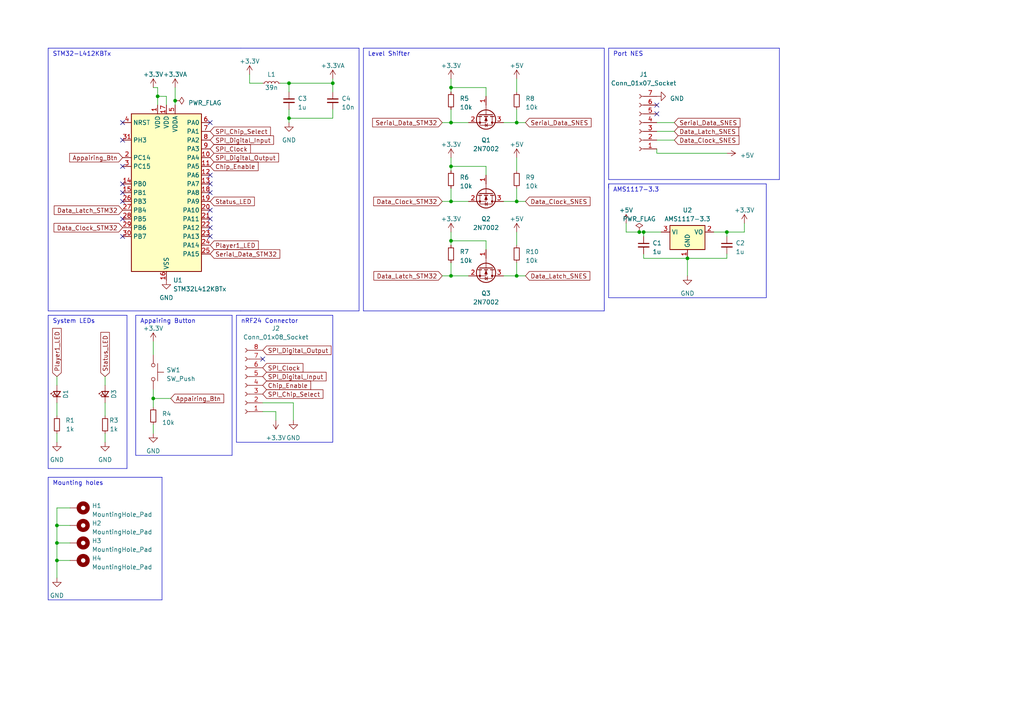
<source format=kicad_sch>
(kicad_sch (version 20230121) (generator eeschema)
  (paper "A4")
  (lib_symbols
    (symbol "Connector:Conn_01x07_Socket" (pin_names (offset 1.016) hide)
      (property "Reference" "J" (at 0 10.16 0))
      (property "Value" "Conn_01x07_Socket" (at 0 -10.16 0))
      (symbol "Conn_01x07_Socket_1_1"
        (arc (start 0 -7.112) (mid -0.5058 -7.62) (end 0 -8.128) (stroke (width 0.1524)))
        (arc (start 0 -4.572) (mid -0.5058 -5.08) (end 0 -5.588) (stroke (width 0.1524)))
        (arc (start 0 -2.032) (mid -0.5058 -2.54) (end 0 -3.048) (stroke (width 0.1524)))
        (polyline (pts (xy -1.27 -7.62) (xy -0.508 -7.62)) (stroke (width 0.1524)))
        (polyline (pts (xy -1.27 -5.08) (xy -0.508 -5.08)) (stroke (width 0.1524)))
        (polyline (pts (xy -1.27 -2.54) (xy -0.508 -2.54)) (stroke (width 0.1524)))
        (polyline (pts (xy -1.27 0) (xy -0.508 0)) (stroke (width 0.1524)))
        (polyline (pts (xy -1.27 2.54) (xy -0.508 2.54)) (stroke (width 0.1524)))
        (polyline (pts (xy -1.27 5.08) (xy -0.508 5.08)) (stroke (width 0.1524)))
        (polyline (pts (xy -1.27 7.62) (xy -0.508 7.62)) (stroke (width 0.1524)))
        (arc (start 0 0.508) (mid -0.5058 0) (end 0 -0.508) (stroke (width 0.1524)))
        (arc (start 0 3.048) (mid -0.5058 2.54) (end 0 2.032) (stroke (width 0.1524)))
        (arc (start 0 5.588) (mid -0.5058 5.08) (end 0 4.572) (stroke (width 0.1524)))
        (arc (start 0 8.128) (mid -0.5058 7.62) (end 0 7.112) (stroke (width 0.1524)))
        (pin passive line (at -5.08 7.62 0) (length 3.81) (name "Pin_1") (number "1"))
        (pin passive line (at -5.08 5.08 0) (length 3.81) (name "Pin_2") (number "2"))
        (pin passive line (at -5.08 2.54 0) (length 3.81) (name "Pin_3") (number "3"))
        (pin passive line (at -5.08 0 0) (length 3.81) (name "Pin_4") (number "4"))
        (pin passive line (at -5.08 -2.54 0) (length 3.81) (name "Pin_5") (number "5"))
        (pin passive line (at -5.08 -5.08 0) (length 3.81) (name "Pin_6") (number "6"))
        (pin passive line (at -5.08 -7.62 0) (length 3.81) (name "Pin_7") (number "7"))
      )
    )
    (symbol "Connector:Conn_01x08_Socket" (pin_names (offset 1.016) hide)
      (property "Reference" "J" (at 0 10.16 0))
      (property "Value" "Conn_01x08_Socket" (at 0 -12.7 0))
      (symbol "Conn_01x08_Socket_1_1"
        (arc (start 0 -9.652) (mid -0.5058 -10.16) (end 0 -10.668) (stroke (width 0.1524)))
        (arc (start 0 -7.112) (mid -0.5058 -7.62) (end 0 -8.128) (stroke (width 0.1524)))
        (arc (start 0 -4.572) (mid -0.5058 -5.08) (end 0 -5.588) (stroke (width 0.1524)))
        (arc (start 0 -2.032) (mid -0.5058 -2.54) (end 0 -3.048) (stroke (width 0.1524)))
        (polyline (pts (xy -1.27 -10.16) (xy -0.508 -10.16)) (stroke (width 0.1524)))
        (polyline (pts (xy -1.27 -7.62) (xy -0.508 -7.62)) (stroke (width 0.1524)))
        (polyline (pts (xy -1.27 -5.08) (xy -0.508 -5.08)) (stroke (width 0.1524)))
        (polyline (pts (xy -1.27 -2.54) (xy -0.508 -2.54)) (stroke (width 0.1524)))
        (polyline (pts (xy -1.27 0) (xy -0.508 0)) (stroke (width 0.1524)))
        (polyline (pts (xy -1.27 2.54) (xy -0.508 2.54)) (stroke (width 0.1524)))
        (polyline (pts (xy -1.27 5.08) (xy -0.508 5.08)) (stroke (width 0.1524)))
        (polyline (pts (xy -1.27 7.62) (xy -0.508 7.62)) (stroke (width 0.1524)))
        (arc (start 0 0.508) (mid -0.5058 0) (end 0 -0.508) (stroke (width 0.1524)))
        (arc (start 0 3.048) (mid -0.5058 2.54) (end 0 2.032) (stroke (width 0.1524)))
        (arc (start 0 5.588) (mid -0.5058 5.08) (end 0 4.572) (stroke (width 0.1524)))
        (arc (start 0 8.128) (mid -0.5058 7.62) (end 0 7.112) (stroke (width 0.1524)))
        (pin passive line (at -5.08 7.62 0) (length 3.81) (name "Pin_1") (number "1"))
        (pin passive line (at -5.08 5.08 0) (length 3.81) (name "Pin_2") (number "2"))
        (pin passive line (at -5.08 2.54 0) (length 3.81) (name "Pin_3") (number "3"))
        (pin passive line (at -5.08 0 0) (length 3.81) (name "Pin_4") (number "4"))
        (pin passive line (at -5.08 -2.54 0) (length 3.81) (name "Pin_5") (number "5"))
        (pin passive line (at -5.08 -5.08 0) (length 3.81) (name "Pin_6") (number "6"))
        (pin passive line (at -5.08 -7.62 0) (length 3.81) (name "Pin_7") (number "7"))
        (pin passive line (at -5.08 -10.16 0) (length 3.81) (name "Pin_8") (number "8"))
      )
    )
    (symbol "Device:C_Small" (pin_numbers hide) (pin_names (offset 0.254) hide)
      (property "Reference" "C" (at 0.254 1.778 0))
      (property "Value" "C_Small" (at 0.254 -2.032 0))
      (symbol "C_Small_0_1"
        (polyline (pts (xy -1.524 -0.508) (xy 1.524 -0.508)) (stroke (width 0.3302)))
        (polyline (pts (xy -1.524 0.508) (xy 1.524 0.508)) (stroke (width 0.3048)))
      )
      (symbol "C_Small_1_1"
        (pin passive line (at 0 2.54 270) (length 2.032) (name "~") (number "1"))
        (pin passive line (at 0 -2.54 90) (length 2.032) (name "~") (number "2"))
      )
    )
    (symbol "Device:LED_Small" (pin_numbers hide) (pin_names (offset 0.254) hide)
      (property "Reference" "D" (at -1.27 3.175 0))
      (property "Value" "LED_Small" (at -4.445 -2.54 0))
      (symbol "LED_Small_0_1"
        (polyline (pts (xy -0.762 -1.016) (xy -0.762 1.016)) (stroke (width 0.254)))
        (polyline (pts (xy 1.016 0) (xy -0.762 0)))
        (polyline (pts (xy 0.762 -1.016) (xy -0.762 0) (xy 0.762 1.016) (xy 0.762 -1.016)) (stroke (width 0.254)))
        (polyline (pts (xy 0 0.762) (xy -0.508 1.27) (xy -0.254 1.27) (xy -0.508 1.27) (xy -0.508 1.016)))
        (polyline (pts (xy 0.508 1.27) (xy 0 1.778) (xy 0.254 1.778) (xy 0 1.778) (xy 0 1.524)))
      )
      (symbol "LED_Small_1_1"
        (pin passive line (at -2.54 0 0) (length 1.778) (name "K") (number "1"))
        (pin passive line (at 2.54 0 180) (length 1.778) (name "A") (number "2"))
      )
    )
    (symbol "Device:L_Small" (pin_numbers hide) (pin_names (offset 0.254) hide)
      (property "Reference" "L" (at 0.762 1.016 0))
      (property "Value" "L_Small" (at 0.762 -1.016 0))
      (symbol "L_Small_0_1"
        (arc (start 0 -2.032) (mid 0.5058 -1.524) (end 0 -1.016))
        (arc (start 0 -1.016) (mid 0.5058 -0.508) (end 0 0))
        (arc (start 0 0) (mid 0.5058 0.508) (end 0 1.016))
        (arc (start 0 1.016) (mid 0.5058 1.524) (end 0 2.032))
      )
      (symbol "L_Small_1_1"
        (pin passive line (at 0 2.54 270) (length 0.508) (name "~") (number "1"))
        (pin passive line (at 0 -2.54 90) (length 0.508) (name "~") (number "2"))
      )
    )
    (symbol "Device:R_Small" (pin_numbers hide) (pin_names (offset 0.254) hide)
      (property "Reference" "R" (at 0.762 0.508 0))
      (property "Value" "R_Small" (at 0.762 -1.016 0))
      (symbol "R_Small_0_1"
        (rectangle (start -0.762 1.778) (end 0.762 -1.778) (stroke (width 0.2032)))
      )
      (symbol "R_Small_1_1"
        (pin passive line (at 0 2.54 270) (length 0.762) (name "~") (number "1"))
        (pin passive line (at 0 -2.54 90) (length 0.762) (name "~") (number "2"))
      )
    )
    (symbol "MCU_ST_STM32L4:STM32L412KBTx"
      (property "Reference" "U" (at -10.16 24.13 0))
      (property "Value" "STM32L412KBTx" (at 5.08 24.13 0))
      (symbol "STM32L412KBTx_0_1"
        (rectangle (start -10.16 -22.86) (end 10.16 22.86) (stroke (width 0.254)) (fill (type background)))
      )
      (symbol "STM32L412KBTx_1_1"
        (pin power_in line (at -2.54 25.4 270) (length 2.54) (name "VDD") (number "1"))
        (pin bidirectional line (at 12.7 10.16 180) (length 2.54) (name "PA4") (number "10"))
        (pin bidirectional line (at 12.7 7.62 180) (length 2.54) (name "PA5") (number "11"))
        (pin bidirectional line (at 12.7 5.08 180) (length 2.54) (name "PA6") (number "12"))
        (pin bidirectional line (at 12.7 2.54 180) (length 2.54) (name "PA7") (number "13"))
        (pin bidirectional line (at -12.7 2.54 0) (length 2.54) (name "PB0") (number "14"))
        (pin bidirectional line (at -12.7 0 0) (length 2.54) (name "PB1") (number "15"))
        (pin power_in line (at 0 -25.4 90) (length 2.54) (name "VSS") (number "16"))
        (pin power_in line (at 0 25.4 270) (length 2.54) (name "VDD") (number "17"))
        (pin bidirectional line (at 12.7 0 180) (length 2.54) (name "PA8") (number "18"))
        (pin bidirectional line (at 12.7 -2.54 180) (length 2.54) (name "PA9") (number "19"))
        (pin bidirectional line (at -12.7 10.16 0) (length 2.54) (name "PC14") (number "2"))
        (pin bidirectional line (at 12.7 -5.08 180) (length 2.54) (name "PA10") (number "20"))
        (pin bidirectional line (at 12.7 -7.62 180) (length 2.54) (name "PA11") (number "21"))
        (pin bidirectional line (at 12.7 -10.16 180) (length 2.54) (name "PA12") (number "22"))
        (pin bidirectional line (at 12.7 -12.7 180) (length 2.54) (name "PA13") (number "23"))
        (pin bidirectional line (at 12.7 -15.24 180) (length 2.54) (name "PA14") (number "24"))
        (pin bidirectional line (at 12.7 -17.78 180) (length 2.54) (name "PA15") (number "25"))
        (pin bidirectional line (at -12.7 -2.54 0) (length 2.54) (name "PB3") (number "26"))
        (pin bidirectional line (at -12.7 -5.08 0) (length 2.54) (name "PB4") (number "27"))
        (pin bidirectional line (at -12.7 -7.62 0) (length 2.54) (name "PB5") (number "28"))
        (pin bidirectional line (at -12.7 -10.16 0) (length 2.54) (name "PB6") (number "29"))
        (pin bidirectional line (at -12.7 7.62 0) (length 2.54) (name "PC15") (number "3"))
        (pin bidirectional line (at -12.7 -12.7 0) (length 2.54) (name "PB7") (number "30"))
        (pin bidirectional line (at -12.7 15.24 0) (length 2.54) (name "PH3") (number "31"))
        (pin passive line (at 0 -25.4 90) (length 2.54) hide (name "VSS") (number "32"))
        (pin input line (at -12.7 20.32 0) (length 2.54) (name "NRST") (number "4"))
        (pin power_in line (at 2.54 25.4 270) (length 2.54) (name "VDDA") (number "5"))
        (pin bidirectional line (at 12.7 20.32 180) (length 2.54) (name "PA0") (number "6"))
        (pin bidirectional line (at 12.7 17.78 180) (length 2.54) (name "PA1") (number "7"))
        (pin bidirectional line (at 12.7 15.24 180) (length 2.54) (name "PA2") (number "8"))
        (pin bidirectional line (at 12.7 12.7 180) (length 2.54) (name "PA3") (number "9"))
      )
    )
    (symbol "Mechanical:MountingHole_Pad" (pin_numbers hide) (pin_names (offset 1.016) hide)
      (property "Reference" "H" (at 0 6.35 0))
      (property "Value" "MountingHole_Pad" (at 0 4.445 0))
      (symbol "MountingHole_Pad_0_1"
        (circle (center 0 1.27) (radius 1.27) (stroke (width 1.27)))
      )
      (symbol "MountingHole_Pad_1_1"
        (pin input line (at 0 -2.54 90) (length 2.54) (name "1") (number "1"))
      )
    )
    (symbol "Regulator_Linear:AMS1117-3.3"
      (property "Reference" "U" (at -3.81 3.175 0))
      (property "Value" "AMS1117-3.3" (at 0 3.175 0))
      (symbol "AMS1117-3.3_0_1"
        (rectangle (start -5.08 -5.08) (end 5.08 1.905) (stroke (width 0.254)) (fill (type background)))
      )
      (symbol "AMS1117-3.3_1_1"
        (pin power_in line (at 0 -7.62 90) (length 2.54) (name "GND") (number "1"))
        (pin power_out line (at 7.62 0 180) (length 2.54) (name "VO") (number "2"))
        (pin power_in line (at -7.62 0 0) (length 2.54) (name "VI") (number "3"))
      )
    )
    (symbol "Switch:SW_Push" (pin_numbers hide) (pin_names (offset 1.016) hide)
      (property "Reference" "SW" (at 1.27 2.54 0))
      (property "Value" "SW_Push" (at 0 -1.524 0))
      (symbol "SW_Push_0_1"
        (circle (center -2.032 0) (radius 0.508))
        (polyline (pts (xy 0 1.27) (xy 0 3.048)))
        (polyline (pts (xy 2.54 1.27) (xy -2.54 1.27)))
        (circle (center 2.032 0) (radius 0.508))
        (pin passive line (at -5.08 0 0) (length 2.54) (name "1") (number "1"))
        (pin passive line (at 5.08 0 180) (length 2.54) (name "2") (number "2"))
      )
    )
    (symbol "Transistor_FET:2N7002" (pin_names hide)
      (property "Reference" "Q" (at 5.08 1.905 0))
      (property "Value" "2N7002" (at 5.08 0 0))
      (symbol "2N7002_0_1"
        (polyline (pts (xy 0.254 0) (xy -2.54 0)))
        (polyline (pts (xy 0.254 1.905) (xy 0.254 -1.905)) (stroke (width 0.254)))
        (polyline (pts (xy 0.762 -1.27) (xy 0.762 -2.286)) (stroke (width 0.254)))
        (polyline (pts (xy 0.762 0.508) (xy 0.762 -0.508)) (stroke (width 0.254)))
        (polyline (pts (xy 0.762 2.286) (xy 0.762 1.27)) (stroke (width 0.254)))
        (polyline (pts (xy 2.54 2.54) (xy 2.54 1.778)))
        (polyline (pts (xy 2.54 -2.54) (xy 2.54 0) (xy 0.762 0)))
        (polyline (pts (xy 0.762 -1.778) (xy 3.302 -1.778) (xy 3.302 1.778) (xy 0.762 1.778)))
        (polyline (pts (xy 1.016 0) (xy 2.032 0.381) (xy 2.032 -0.381) (xy 1.016 0)) (fill (type outline)))
        (polyline (pts (xy 2.794 0.508) (xy 2.921 0.381) (xy 3.683 0.381) (xy 3.81 0.254)))
        (polyline (pts (xy 3.302 0.381) (xy 2.921 -0.254) (xy 3.683 -0.254) (xy 3.302 0.381)))
        (circle (center 1.651 0) (radius 2.794) (stroke (width 0.254)))
        (circle (center 2.54 -1.778) (radius 0.254) (fill (type outline)))
        (circle (center 2.54 1.778) (radius 0.254) (fill (type outline)))
      )
      (symbol "2N7002_1_1"
        (pin input line (at -5.08 0 0) (length 2.54) (name "G") (number "1"))
        (pin passive line (at 2.54 -5.08 90) (length 2.54) (name "S") (number "2"))
        (pin passive line (at 2.54 5.08 270) (length 2.54) (name "D") (number "3"))
      )
    )
    (symbol "power:+3.3V" (power) (pin_names (offset 0))
      (property "Value" "+3.3V" (at 0 3.556 0))
      (symbol "+3.3V_0_1"
        (polyline (pts (xy -0.762 1.27) (xy 0 2.54)))
        (polyline (pts (xy 0 0) (xy 0 2.54)))
        (polyline (pts (xy 0 2.54) (xy 0.762 1.27)))
      )
      (symbol "+3.3V_1_1"
        (pin power_in line (at 0 0 90) (length 0) hide (name "+3.3V") (number "1"))
      )
    )
    (symbol "power:+3.3VA" (power) (pin_names (offset 0))
      (property "Value" "+3.3VA" (at 0 3.556 0))
      (symbol "+3.3VA_0_1"
        (polyline (pts (xy -0.762 1.27) (xy 0 2.54)))
        (polyline (pts (xy 0 0) (xy 0 2.54)))
        (polyline (pts (xy 0 2.54) (xy 0.762 1.27)))
      )
      (symbol "+3.3VA_1_1"
        (pin power_in line (at 0 0 90) (length 0) hide (name "+3.3VA") (number "1"))
      )
    )
    (symbol "power:+5V" (power) (pin_names (offset 0))
      (property "Value" "+5V" (at 0 3.556 0))
      (symbol "+5V_0_1"
        (polyline (pts (xy -0.762 1.27) (xy 0 2.54)))
        (polyline (pts (xy 0 0) (xy 0 2.54)))
        (polyline (pts (xy 0 2.54) (xy 0.762 1.27)))
      )
      (symbol "+5V_1_1"
        (pin power_in line (at 0 0 90) (length 0) hide (name "+5V") (number "1"))
      )
    )
    (symbol "power:GND" (power) (pin_names (offset 0))
      (property "Value" "GND" (at 0 -3.81 0))
      (symbol "GND_0_1"
        (polyline (pts (xy 0 0) (xy 0 -1.27) (xy 1.27 -1.27) (xy 0 -2.54) (xy -1.27 -1.27) (xy 0 -1.27)))
      )
      (symbol "GND_1_1"
        (pin power_in line (at 0 0 270) (length 0) hide (name "GND") (number "1"))
      )
    )
    (symbol "power:PWR_FLAG" (power) (pin_numbers hide) (pin_names (offset 0) hide)
      (property "Value" "PWR_FLAG" (at 0 3.81 0))
      (symbol "PWR_FLAG_0_0"
        (pin power_out line (at 0 0 90) (length 0) (name "pwr") (number "1"))
      )
      (symbol "PWR_FLAG_0_1"
        (polyline (pts (xy 0 0) (xy 0 1.27) (xy -1.016 1.905) (xy 0 2.54) (xy 1.016 1.905) (xy 0 1.27)))
      )
    )
  )
  (junction (at 44.45 115.57))
  (junction (at 149.86 80.01))
  (junction (at 210.82 67.31))
  (junction (at 96.52 24.13))
  (junction (at 130.81 69.85))
  (junction (at 83.82 24.13))
  (junction (at 16.51 152.4))
  (junction (at 16.51 162.56))
  (junction (at 185.42 67.31))
  (junction (at 83.82 34.29))
  (junction (at 199.39 74.93))
  (junction (at 186.69 67.31))
  (junction (at 16.51 157.48))
  (junction (at 130.81 35.56))
  (junction (at 149.86 58.42))
  (junction (at 130.81 80.01))
  (junction (at 50.8 29.21))
  (junction (at 149.86 35.56))
  (junction (at 130.81 48.26))
  (junction (at 130.81 58.42))
  (junction (at 130.81 25.4))
  (junction (at 45.72 27.94))
  (no_connect (at 190.5 33.02))
  (no_connect (at 60.96 50.8))
  (no_connect (at 60.96 60.96))
  (no_connect (at 35.56 35.56))
  (no_connect (at 35.56 48.26))
  (no_connect (at 60.96 66.04))
  (no_connect (at 60.96 68.58))
  (no_connect (at 76.2 104.14))
  (no_connect (at 35.56 58.42))
  (no_connect (at 190.5 30.48))
  (no_connect (at 35.56 53.34))
  (no_connect (at 35.56 55.88))
  (no_connect (at 60.96 63.5))
  (no_connect (at 35.56 63.5))
  (no_connect (at 60.96 53.34))
  (no_connect (at 35.56 40.64))
  (no_connect (at 60.96 55.88))
  (no_connect (at 35.56 68.58))
  (no_connect (at 60.96 35.56))
  (wire (pts (xy 96.52 34.29) (xy 96.52 31.75)))
  (wire (pts (xy 186.69 67.31) (xy 185.42 67.31)))
  (polyline (pts (xy 105.41 13.97) (xy 105.41 90.17)))
  (wire (pts (xy 30.48 109.22) (xy 30.48 111.76)))
  (wire (pts (xy 146.05 58.42) (xy 149.86 58.42)))
  (wire (pts (xy 16.51 147.32) (xy 16.51 152.4)))
  (wire (pts (xy 140.97 50.8) (xy 140.97 48.26)))
  (wire (pts (xy 149.86 22.86) (xy 149.86 26.67)))
  (wire (pts (xy 149.86 45.72) (xy 149.86 49.53)))
  (wire (pts (xy 96.52 24.13) (xy 96.52 26.67)))
  (polyline (pts (xy 226.06 13.97) (xy 226.06 52.07)))
  (wire (pts (xy 16.51 157.48) (xy 20.32 157.48)))
  (polyline (pts (xy 176.53 86.36) (xy 222.25 86.36)))
  (wire (pts (xy 149.86 80.01) (xy 149.86 76.2)))
  (polyline (pts (xy 39.37 132.08) (xy 67.31 132.08)))
  (wire (pts (xy 80.01 119.38) (xy 80.01 121.92)))
  (wire (pts (xy 199.39 74.93) (xy 199.39 80.01)))
  (polyline (pts (xy 13.97 173.99) (xy 13.97 138.43)))
  (wire (pts (xy 16.51 125.73) (xy 16.51 128.27)))
  (polyline (pts (xy 67.31 132.08) (xy 67.31 91.44)))
  (wire (pts (xy 190.5 44.45) (xy 190.5 43.18)))
  (wire (pts (xy 191.77 67.31) (xy 186.69 67.31)))
  (wire (pts (xy 81.28 24.13) (xy 83.82 24.13)))
  (wire (pts (xy 210.82 67.31) (xy 207.01 67.31)))
  (wire (pts (xy 44.45 113.03) (xy 44.45 115.57)))
  (polyline (pts (xy 104.14 13.97) (xy 104.14 90.17)))
  (polyline (pts (xy 13.97 90.17) (xy 13.97 13.97)))
  (wire (pts (xy 140.97 72.39) (xy 140.97 69.85)))
  (wire (pts (xy 72.39 21.59) (xy 72.39 24.13)))
  (wire (pts (xy 48.26 27.94) (xy 45.72 27.94)))
  (polyline (pts (xy 96.52 128.27) (xy 96.52 91.44)))
  (wire (pts (xy 76.2 24.13) (xy 72.39 24.13)))
  (polyline (pts (xy 104.14 90.17) (xy 69.85 90.17)))
  (wire (pts (xy 16.51 152.4) (xy 16.51 157.48)))
  (polyline (pts (xy 39.37 91.44) (xy 39.37 132.08)))
  (polyline (pts (xy 176.53 53.34) (xy 176.53 86.36)))
  (wire (pts (xy 96.52 22.86) (xy 96.52 24.13)))
  (wire (pts (xy 83.82 31.75) (xy 83.82 34.29)))
  (polyline (pts (xy 176.53 53.34) (xy 176.53 54.61)))
  (wire (pts (xy 210.82 68.58) (xy 210.82 67.31)))
  (wire (pts (xy 44.45 123.19) (xy 44.45 125.73)))
  (polyline (pts (xy 46.99 138.43) (xy 40.64 138.43)))
  (wire (pts (xy 20.32 147.32) (xy 16.51 147.32)))
  (wire (pts (xy 181.61 67.31) (xy 181.61 64.77)))
  (wire (pts (xy 16.51 162.56) (xy 16.51 167.64)))
  (polyline (pts (xy 68.58 91.44) (xy 68.58 128.27)))
  (wire (pts (xy 146.05 35.56) (xy 149.86 35.56)))
  (wire (pts (xy 16.51 116.84) (xy 16.51 120.65)))
  (wire (pts (xy 30.48 116.84) (xy 30.48 120.65)))
  (polyline (pts (xy 222.25 86.36) (xy 222.25 53.34)))
  (wire (pts (xy 76.2 116.84) (xy 85.09 116.84)))
  (wire (pts (xy 130.81 69.85) (xy 140.97 69.85)))
  (wire (pts (xy 130.81 69.85) (xy 130.81 71.12)))
  (wire (pts (xy 130.81 31.75) (xy 130.81 35.56)))
  (wire (pts (xy 190.5 35.56) (xy 195.58 35.56)))
  (wire (pts (xy 130.81 25.4) (xy 140.97 25.4)))
  (wire (pts (xy 130.81 48.26) (xy 130.81 49.53)))
  (wire (pts (xy 130.81 54.61) (xy 130.81 58.42)))
  (polyline (pts (xy 222.25 53.34) (xy 176.53 53.34)))
  (wire (pts (xy 128.27 35.56) (xy 130.81 35.56)))
  (wire (pts (xy 16.51 157.48) (xy 16.51 162.56)))
  (wire (pts (xy 16.51 152.4) (xy 20.32 152.4)))
  (wire (pts (xy 210.82 74.93) (xy 199.39 74.93)))
  (wire (pts (xy 199.39 74.93) (xy 186.69 74.93)))
  (wire (pts (xy 215.9 64.77) (xy 215.9 67.31)))
  (polyline (pts (xy 69.85 90.17) (xy 13.97 90.17)))
  (wire (pts (xy 190.5 40.64) (xy 195.58 40.64)))
  (wire (pts (xy 130.81 80.01) (xy 135.89 80.01)))
  (wire (pts (xy 130.81 67.31) (xy 130.81 69.85)))
  (wire (pts (xy 44.45 99.06) (xy 44.45 102.87)))
  (wire (pts (xy 149.86 80.01) (xy 152.4 80.01)))
  (wire (pts (xy 185.42 67.31) (xy 181.61 67.31)))
  (wire (pts (xy 190.5 38.1) (xy 195.58 38.1)))
  (polyline (pts (xy 69.85 13.97) (xy 104.14 13.97)))
  (wire (pts (xy 83.82 34.29) (xy 96.52 34.29)))
  (wire (pts (xy 45.72 27.94) (xy 45.72 25.4)))
  (polyline (pts (xy 176.53 13.97) (xy 226.06 13.97)))
  (wire (pts (xy 76.2 119.38) (xy 80.01 119.38)))
  (wire (pts (xy 45.72 27.94) (xy 45.72 30.48)))
  (wire (pts (xy 130.81 58.42) (xy 135.89 58.42)))
  (wire (pts (xy 146.05 80.01) (xy 149.86 80.01)))
  (polyline (pts (xy 13.97 135.89) (xy 36.83 135.89)))
  (wire (pts (xy 16.51 109.22) (xy 16.51 111.76)))
  (polyline (pts (xy 175.26 13.97) (xy 105.41 13.97)))
  (wire (pts (xy 130.81 25.4) (xy 130.81 26.67)))
  (wire (pts (xy 16.51 162.56) (xy 20.32 162.56)))
  (polyline (pts (xy 13.97 13.97) (xy 69.85 13.97)))
  (wire (pts (xy 83.82 34.29) (xy 83.82 35.56)))
  (wire (pts (xy 128.27 80.01) (xy 130.81 80.01)))
  (polyline (pts (xy 46.99 138.43) (xy 46.99 173.99)))
  (wire (pts (xy 210.82 73.66) (xy 210.82 74.93)))
  (wire (pts (xy 140.97 27.94) (xy 140.97 25.4)))
  (wire (pts (xy 48.26 30.48) (xy 48.26 27.94)))
  (wire (pts (xy 149.86 58.42) (xy 152.4 58.42)))
  (polyline (pts (xy 68.58 128.27) (xy 96.52 128.27)))
  (wire (pts (xy 210.82 67.31) (xy 215.9 67.31)))
  (wire (pts (xy 130.81 48.26) (xy 140.97 48.26)))
  (polyline (pts (xy 13.97 91.44) (xy 36.83 91.44)))
  (wire (pts (xy 85.09 116.84) (xy 85.09 121.92)))
  (polyline (pts (xy 13.97 91.44) (xy 13.97 135.89)))
  (wire (pts (xy 149.86 35.56) (xy 152.4 35.56)))
  (polyline (pts (xy 46.99 173.99) (xy 13.97 173.99)))
  (polyline (pts (xy 36.83 135.89) (xy 36.83 91.44)))
  (polyline (pts (xy 175.26 87.63) (xy 175.26 90.17)))
  (wire (pts (xy 83.82 24.13) (xy 96.52 24.13)))
  (wire (pts (xy 83.82 26.67) (xy 83.82 24.13)))
  (polyline (pts (xy 226.06 52.07) (xy 176.53 52.07)))
  (wire (pts (xy 45.72 25.4) (xy 44.45 25.4)))
  (wire (pts (xy 128.27 58.42) (xy 130.81 58.42)))
  (wire (pts (xy 30.48 125.73) (xy 30.48 128.27)))
  (polyline (pts (xy 175.26 90.17) (xy 175.26 13.97)))
  (wire (pts (xy 50.8 25.4) (xy 50.8 29.21)))
  (wire (pts (xy 149.86 35.56) (xy 149.86 31.75)))
  (wire (pts (xy 130.81 76.2) (xy 130.81 80.01)))
  (polyline (pts (xy 13.97 138.43) (xy 46.99 138.43)))
  (polyline (pts (xy 105.41 90.17) (xy 175.26 90.17)))
  (wire (pts (xy 130.81 22.86) (xy 130.81 25.4)))
  (wire (pts (xy 44.45 115.57) (xy 49.53 115.57)))
  (wire (pts (xy 130.81 35.56) (xy 135.89 35.56)))
  (wire (pts (xy 44.45 115.57) (xy 44.45 118.11)))
  (wire (pts (xy 149.86 58.42) (xy 149.86 54.61)))
  (wire (pts (xy 186.69 74.93) (xy 186.69 73.66)))
  (wire (pts (xy 190.5 44.45) (xy 210.82 44.45)))
  (wire (pts (xy 130.81 45.72) (xy 130.81 48.26)))
  (wire (pts (xy 186.69 67.31) (xy 186.69 68.58)))
  (wire (pts (xy 50.8 29.21) (xy 50.8 30.48)))
  (polyline (pts (xy 39.37 91.44) (xy 67.31 91.44)))
  (polyline (pts (xy 68.58 91.44) (xy 96.52 91.44)))
  (wire (pts (xy 149.86 67.31) (xy 149.86 71.12)))
  (polyline (pts (xy 176.53 13.97) (xy 176.53 52.07)))
  (text "AMS1117-3.3" (at 177.8 55.88 0) (effects (font (size 1.27 1.27)) (justify left bottom)))
  (text "Appairing Button\n" (at 40.64 93.98 0) (effects (font (size 1.27 1.27)) (justify left bottom)))
  (text "Mounting holes\n" (at 15.24 140.97 0) (effects (font (size 1.27 1.27)) (justify left bottom)))
  (text "Level Shifter\n" (at 106.68 16.51 0) (effects (font (size 1.27 1.27)) (justify left bottom)))
  (text "nRF24 Connector" (at 69.85 93.98 0) (effects (font (size 1.27 1.27)) (justify left bottom)))
  (text "Port NES\n" (at 177.8 16.51 0) (effects (font (size 1.27 1.27)) (justify left bottom)))
  (text "System LEDs\n" (at 15.24 93.98 0) (effects (font (size 1.27 1.27)) (justify left bottom)))
  (text "STM32-L412KBTx\n" (at 15.24 16.51 0) (effects (font (size 1.27 1.27)) (justify left bottom)))
  (global_label "Data_Clock_STM32" (shape input) (at 35.56 66.04 180) (property "Intersheetrefs" "${INTERSHEET_REFS}" (effects hide)))
  (global_label "Status_LED" (shape input) (at 60.96 58.42 0) (property "Intersheetrefs" "${INTERSHEET_REFS}" (effects hide)))
  (global_label "SPI_Chip_Select" (shape input) (at 76.2 114.3 0) (property "Intersheetrefs" "${INTERSHEET_REFS}" (effects hide)))
  (global_label "Chip_Enable" (shape input) (at 60.96 48.26 0) (property "Intersheetrefs" "${INTERSHEET_REFS}" (effects hide)))
  (global_label "Data_Clock_SNES" (shape input) (at 152.4 58.42 0) (property "Intersheetrefs" "${INTERSHEET_REFS}" (effects hide)))
  (global_label "Data_Clock_SNES" (shape input) (at 195.58 40.64 0) (property "Intersheetrefs" "${INTERSHEET_REFS}" (effects hide)))
  (global_label "SPI_Clock" (shape input) (at 76.2 106.68 0) (property "Intersheetrefs" "${INTERSHEET_REFS}" (effects hide)))
  (global_label "Appairing_Btn" (shape input) (at 35.56 45.72 180) (property "Intersheetrefs" "${INTERSHEET_REFS}" (effects hide)))
  (global_label "Serial_Data_STM32" (shape input) (at 60.96 73.66 0) (property "Intersheetrefs" "${INTERSHEET_REFS}" (effects hide)))
  (global_label "Data_Latch_SNES" (shape input) (at 152.4 80.01 0) (property "Intersheetrefs" "${INTERSHEET_REFS}" (effects hide)))
  (global_label "Status_LED" (shape input) (at 30.48 109.22 90) (property "Intersheetrefs" "${INTERSHEET_REFS}" (effects hide)))
  (global_label "Serial_Data_STM32" (shape input) (at 128.27 35.56 180) (property "Intersheetrefs" "${INTERSHEET_REFS}" (effects hide)))
  (global_label "Serial_Data_SNES" (shape input) (at 195.58 35.56 0) (property "Intersheetrefs" "${INTERSHEET_REFS}" (effects hide)))
  (global_label "SPI_Digital_Input" (shape input) (at 60.96 40.64 0) (property "Intersheetrefs" "${INTERSHEET_REFS}" (effects hide)))
  (global_label "Data_Latch_STM32" (shape input) (at 35.56 60.96 180) (property "Intersheetrefs" "${INTERSHEET_REFS}" (effects hide)))
  (global_label "SPI_Digital_Output" (shape input) (at 76.2 101.6 0) (property "Intersheetrefs" "${INTERSHEET_REFS}" (effects hide)))
  (global_label "SPI_Chip_Select" (shape input) (at 60.96 38.1 0) (property "Intersheetrefs" "${INTERSHEET_REFS}" (effects hide)))
  (global_label "Player1_LED" (shape input) (at 60.96 71.12 0) (property "Intersheetrefs" "${INTERSHEET_REFS}" (effects hide)))
  (global_label "Data_Clock_STM32" (shape input) (at 128.27 58.42 180) (property "Intersheetrefs" "${INTERSHEET_REFS}" (effects hide)))
  (global_label "SPI_Clock" (shape input) (at 60.96 43.18 0) (property "Intersheetrefs" "${INTERSHEET_REFS}" (effects hide)))
  (global_label "Player1_LED" (shape input) (at 16.51 109.22 90) (property "Intersheetrefs" "${INTERSHEET_REFS}" (effects hide)))
  (global_label "Serial_Data_SNES" (shape input) (at 152.4 35.56 0) (property "Intersheetrefs" "${INTERSHEET_REFS}" (effects hide)))
  (global_label "Appairing_Btn" (shape input) (at 49.53 115.57 0) (property "Intersheetrefs" "${INTERSHEET_REFS}" (effects hide)))
  (global_label "Data_Latch_SNES" (shape input) (at 195.58 38.1 0) (property "Intersheetrefs" "${INTERSHEET_REFS}" (effects hide)))
  (global_label "Data_Latch_STM32" (shape input) (at 128.27 80.01 180) (property "Intersheetrefs" "${INTERSHEET_REFS}" (effects hide)))
  (global_label "Chip_Enable" (shape input) (at 76.2 111.76 0) (property "Intersheetrefs" "${INTERSHEET_REFS}" (effects hide)))
  (global_label "SPI_Digital_Input" (shape input) (at 76.2 109.22 0) (property "Intersheetrefs" "${INTERSHEET_REFS}" (effects hide)))
  (global_label "SPI_Digital_Output" (shape input) (at 60.96 45.72 0) (property "Intersheetrefs" "${INTERSHEET_REFS}" (effects hide)))
  (symbol (lib_id "Switch:SW_Push") (at 44.45 107.95 270) (unit 1)
    (property "Reference" "SW1" (at 48.26 107.315 90) (effects (justify left)))
    (property "Value" "SW_Push" (at 48.26 109.855 90) (effects (justify left)))
    (property "Footprint" "Button_Switch_SMD:SW_Push_1P1T_NO_6x6mm_H9.5mm" (effects hide))
  )
  (symbol (lib_id "Mechanical:MountingHole_Pad") (at 22.86 152.4 270) (unit 1)
    (property "Reference" "H2" (at 26.67 151.765 90) (effects (justify left)))
    (property "Value" "MountingHole_Pad" (at 26.67 154.305 90) (effects (justify left)))
    (property "Footprint" "MountingHole:MountingHole_3.2mm_M3_DIN965_Pad" (effects hide))
  )
  (symbol (lib_id "MCU_ST_STM32L4:STM32L412KBTx") (at 48.26 55.88 0) (unit 1)
    (property "Reference" "U1" (at 50.2159 81.28 0) (effects (justify left)))
    (property "Value" "STM32L412KBTx" (at 50.2159 83.82 0) (effects (justify left)))
    (property "Footprint" "Package_QFP:LQFP-32_7x7mm_P0.8mm" (effects hide))
    (property "Datasheet" "https://www.st.com/resource/en/datasheet/stm32l412kb.pdf" (effects hide))
  )
  (symbol (lib_id "power:GND") (at 199.39 80.01 0) (unit 1)
    (property "Reference" "#PWR019" (effects hide))
    (property "Value" "GND" (at 199.39 85.09 0))
  )
  (symbol (lib_id "power:+3.3V") (at 215.9 64.77 0) (unit 1)
    (property "Reference" "#PWR020" (effects hide))
    (property "Value" "+3.3V" (at 215.9 60.96 0))
  )
  (symbol (lib_id "power:+3.3V") (at 130.81 45.72 0) (unit 1)
    (property "Reference" "#PWR013" (effects hide))
    (property "Value" "+3.3V" (at 130.81 41.91 0))
  )
  (symbol (lib_id "power:+3.3V") (at 130.81 67.31 0) (unit 1)
    (property "Reference" "#PWR014" (effects hide))
    (property "Value" "+3.3V" (at 130.81 63.5 0))
  )
  (symbol (lib_id "power:PWR_FLAG") (at 50.8 29.21 270) (unit 1)
    (property "Reference" "#FLG01" (effects hide))
    (property "Value" "PWR_FLAG" (at 54.61 29.845 90) (effects (justify left)))
  )
  (symbol (lib_id "Device:R_Small") (at 149.86 52.07 0) (unit 1)
    (property "Reference" "R9" (at 152.4 51.435 0) (effects (justify left)))
    (property "Value" "10k" (at 152.4 53.975 0) (effects (justify left)))
    (property "Footprint" "Resistor_SMD:R_0603_1608Metric_Pad0.98x0.95mm_HandSolder" (effects hide))
  )
  (symbol (lib_id "Device:R_Small") (at 16.51 123.19 0) (unit 1)
    (property "Reference" "R1" (at 20.32 121.92 0))
    (property "Value" "1k" (at 20.32 124.46 0))
    (property "Footprint" "Resistor_SMD:R_0603_1608Metric_Pad0.98x0.95mm_HandSolder" (effects hide))
  )
  (symbol (lib_id "Device:R_Small") (at 130.81 73.66 0) (unit 1)
    (property "Reference" "R7" (at 133.35 73.025 0) (effects (justify left)))
    (property "Value" "10k" (at 133.35 75.565 0) (effects (justify left)))
    (property "Footprint" "Resistor_SMD:R_0603_1608Metric_Pad0.98x0.95mm_HandSolder" (effects hide))
  )
  (symbol (lib_id "power:GND") (at 16.51 128.27 0) (unit 1)
    (property "Reference" "#PWR01" (effects hide))
    (property "Value" "GND" (at 16.51 133.35 0))
  )
  (symbol (lib_id "power:GND") (at 48.26 81.28 0) (unit 1)
    (property "Reference" "#PWR08" (effects hide))
    (property "Value" "GND" (at 48.26 86.36 0))
  )
  (symbol (lib_id "power:+3.3V") (at 72.39 21.59 0) (unit 1)
    (property "Reference" "#PWR024" (effects hide))
    (property "Value" "+3.3V" (at 72.39 17.78 0))
  )
  (symbol (lib_id "power:PWR_FLAG") (at 185.42 67.31 0) (unit 1)
    (property "Reference" "#FLG02" (effects hide))
    (property "Value" "PWR_FLAG" (at 185.42 63.5 0))
  )
  (symbol (lib_id "Device:C_Small") (at 96.52 29.21 0) (unit 1)
    (property "Reference" "C4" (at 99.06 28.5813 0) (effects (justify left)))
    (property "Value" "10n" (at 99.06 31.1213 0) (effects (justify left)))
    (property "Footprint" "Capacitor_SMD:C_0603_1608Metric_Pad1.08x0.95mm_HandSolder" (effects hide))
  )
  (symbol (lib_id "Transistor_FET:2N7002") (at 140.97 33.02 270) (unit 1)
    (property "Reference" "Q1" (at 140.97 40.64 90))
    (property "Value" "2N7002" (at 140.97 43.18 90))
    (property "Footprint" "Package_TO_SOT_SMD:SOT-23" (effects hide))
    (property "Datasheet" "https://www.onsemi.com/pub/Collateral/NDS7002A-D.PDF" (effects hide))
  )
  (symbol (lib_id "power:GND") (at 83.82 35.56 0) (unit 1)
    (property "Reference" "#PWR025" (effects hide))
    (property "Value" "GND" (at 83.82 40.64 0))
  )
  (symbol (lib_id "power:+3.3VA") (at 96.52 22.86 0) (unit 1)
    (property "Reference" "#PWR026" (effects hide))
    (property "Value" "+3.3VA" (at 96.52 19.05 0))
  )
  (symbol (lib_id "power:GND") (at 190.5 27.94 90) (unit 1)
    (property "Reference" "#PWR010" (effects hide))
    (property "Value" "GND" (at 194.31 28.575 90) (effects (justify right)))
  )
  (symbol (lib_id "power:GND") (at 30.48 128.27 0) (unit 1)
    (property "Reference" "#PWR04" (effects hide))
    (property "Value" "GND" (at 30.48 133.35 0))
  )
  (symbol (lib_id "Device:R_Small") (at 44.45 120.65 0) (unit 1)
    (property "Reference" "R4" (at 46.99 120.015 0) (effects (justify left)))
    (property "Value" "10k" (at 46.99 122.555 0) (effects (justify left)))
    (property "Footprint" "Resistor_SMD:R_0603_1608Metric_Pad0.98x0.95mm_HandSolder" (effects hide))
  )
  (symbol (lib_id "Device:R_Small") (at 130.81 52.07 0) (unit 1)
    (property "Reference" "R6" (at 133.35 51.435 0) (effects (justify left)))
    (property "Value" "10k" (at 133.35 53.975 0) (effects (justify left)))
    (property "Footprint" "Resistor_SMD:R_0603_1608Metric_Pad0.98x0.95mm_HandSolder" (effects hide))
  )
  (symbol (lib_id "Mechanical:MountingHole_Pad") (at 22.86 147.32 270) (unit 1)
    (property "Reference" "H1" (at 26.67 146.685 90) (effects (justify left)))
    (property "Value" "MountingHole_Pad" (at 26.67 149.225 90) (effects (justify left)))
    (property "Footprint" "MountingHole:MountingHole_3.2mm_M3_DIN965_Pad" (effects hide))
  )
  (symbol (lib_id "power:+3.3V") (at 130.81 22.86 0) (unit 1)
    (property "Reference" "#PWR012" (effects hide))
    (property "Value" "+3.3V" (at 130.81 19.05 0))
  )
  (symbol (lib_id "power:+5V") (at 210.82 44.45 270) (unit 1)
    (property "Reference" "#PWR011" (effects hide))
    (property "Value" "+5V" (at 214.63 45.085 90) (effects (justify left)))
  )
  (symbol (lib_id "Device:R_Small") (at 30.48 123.19 0) (unit 1)
    (property "Reference" "R3" (at 33.02 121.92 0))
    (property "Value" "1k" (at 33.02 124.46 0))
    (property "Footprint" "Resistor_SMD:R_0603_1608Metric_Pad0.98x0.95mm_HandSolder" (effects hide))
  )
  (symbol (lib_id "Device:C_Small") (at 83.82 29.21 0) (unit 1)
    (property "Reference" "C3" (at 86.36 28.5813 0) (effects (justify left)))
    (property "Value" "1u" (at 86.36 31.1213 0) (effects (justify left)))
    (property "Footprint" "Capacitor_SMD:C_0603_1608Metric_Pad1.08x0.95mm_HandSolder" (effects hide))
  )
  (symbol (lib_id "power:GND") (at 16.51 167.64 0) (unit 1)
    (property "Reference" "#PWR02" (effects hide))
    (property "Value" "GND" (at 16.51 172.72 0))
  )
  (symbol (lib_id "power:+3.3V") (at 80.01 121.92 180) (unit 1)
    (property "Reference" "#PWR022" (effects hide))
    (property "Value" "+3.3V" (at 80.01 127 0))
  )
  (symbol (lib_id "Mechanical:MountingHole_Pad") (at 22.86 157.48 270) (unit 1)
    (property "Reference" "H3" (at 26.67 156.845 90) (effects (justify left)))
    (property "Value" "MountingHole_Pad" (at 26.67 159.385 90) (effects (justify left)))
    (property "Footprint" "MountingHole:MountingHole_3.2mm_M3_DIN965_Pad" (effects hide))
  )
  (symbol (lib_id "Device:LED_Small") (at 16.51 114.3 90) (unit 1)
    (property "Reference" "D1" (at 19.05 114.3 0))
    (property "Value" "LED_Small" (effects hide))
    (property "Footprint" "Diode_SMD:D_0603_1608Metric_Pad1.05x0.95mm_HandSolder" (effects hide))
  )
  (symbol (lib_id "power:+3.3V") (at 44.45 99.06 0) (unit 1)
    (property "Reference" "#PWR06" (effects hide))
    (property "Value" "+3.3V" (at 44.45 95.25 0))
  )
  (symbol (lib_id "Device:L_Small") (at 78.74 24.13 90) (unit 1)
    (property "Reference" "L1" (at 78.74 21.59 90))
    (property "Value" "39n" (at 78.74 25.4 90))
    (property "Footprint" "Inductor_SMD:L_0805_2012Metric_Pad1.05x1.20mm_HandSolder" (effects hide))
  )
  (symbol (lib_id "Transistor_FET:2N7002") (at 140.97 77.47 270) (unit 1)
    (property "Reference" "Q3" (at 140.97 85.09 90))
    (property "Value" "2N7002" (at 140.97 87.63 90))
    (property "Footprint" "Package_TO_SOT_SMD:SOT-23" (effects hide))
    (property "Datasheet" "https://www.onsemi.com/pub/Collateral/NDS7002A-D.PDF" (effects hide))
  )
  (symbol (lib_id "power:+5V") (at 149.86 22.86 0) (unit 1)
    (property "Reference" "#PWR015" (effects hide))
    (property "Value" "+5V" (at 149.86 19.05 0))
  )
  (symbol (lib_id "power:+3.3VA") (at 50.8 25.4 0) (unit 1)
    (property "Reference" "#PWR09" (effects hide))
    (property "Value" "+3.3VA" (at 50.8 21.59 0))
  )
  (symbol (lib_id "Regulator_Linear:AMS1117-3.3") (at 199.39 67.31 0) (unit 1)
    (property "Reference" "U2" (at 199.39 60.96 0))
    (property "Value" "AMS1117-3.3" (at 199.39 63.5 0))
    (property "Footprint" "Package_TO_SOT_SMD:SOT-223-3_TabPin2" (effects hide))
    (property "Datasheet" "http://www.advanced-monolithic.com/pdf/ds1117.pdf" (effects hide))
  )
  (symbol (lib_id "Transistor_FET:2N7002") (at 140.97 55.88 270) (unit 1)
    (property "Reference" "Q2" (at 140.97 63.5 90))
    (property "Value" "2N7002" (at 140.97 66.04 90))
    (property "Footprint" "Package_TO_SOT_SMD:SOT-23" (effects hide))
    (property "Datasheet" "https://www.onsemi.com/pub/Collateral/NDS7002A-D.PDF" (effects hide))
  )
  (symbol (lib_id "Mechanical:MountingHole_Pad") (at 22.86 162.56 270) (unit 1)
    (property "Reference" "H4" (at 26.67 161.925 90) (effects (justify left)))
    (property "Value" "MountingHole_Pad" (at 26.67 164.465 90) (effects (justify left)))
    (property "Footprint" "MountingHole:MountingHole_3.2mm_M3_DIN965_Pad" (effects hide))
  )
  (symbol (lib_id "Device:R_Small") (at 149.86 29.21 0) (unit 1)
    (property "Reference" "R8" (at 152.4 28.575 0) (effects (justify left)))
    (property "Value" "10k" (at 152.4 31.115 0) (effects (justify left)))
    (property "Footprint" "Resistor_SMD:R_0603_1608Metric_Pad0.98x0.95mm_HandSolder" (effects hide))
  )
  (symbol (lib_id "power:+5V") (at 149.86 45.72 0) (unit 1)
    (property "Reference" "#PWR016" (effects hide))
    (property "Value" "+5V" (at 149.86 41.91 0))
  )
  (symbol (lib_id "power:+3.3V") (at 44.45 25.4 0) (unit 1)
    (property "Reference" "#PWR05" (effects hide))
    (property "Value" "+3.3V" (at 44.45 21.59 0))
  )
  (symbol (lib_id "Device:LED_Small") (at 30.48 114.3 90) (unit 1)
    (property "Reference" "D3" (at 33.02 114.3 0))
    (property "Value" "LED_Small" (effects hide))
    (property "Footprint" "Diode_SMD:D_0603_1608Metric_Pad1.05x0.95mm_HandSolder" (effects hide))
  )
  (symbol (lib_id "power:GND") (at 85.09 121.92 0) (unit 1)
    (property "Reference" "#PWR021" (effects hide))
    (property "Value" "GND" (at 85.09 127 0))
  )
  (symbol (lib_id "Device:C_Small") (at 210.82 71.12 0) (unit 1)
    (property "Reference" "C2" (at 213.36 70.4913 0) (effects (justify left)))
    (property "Value" "1u" (at 213.36 73.0313 0) (effects (justify left)))
    (property "Footprint" "Capacitor_SMD:C_0603_1608Metric_Pad1.08x0.95mm_HandSolder" (effects hide))
  )
  (symbol (lib_id "power:+5V") (at 181.61 64.77 0) (unit 1)
    (property "Reference" "#PWR018" (effects hide))
    (property "Value" "+5V" (at 181.61 60.96 0))
  )
  (symbol (lib_id "Device:C_Small") (at 186.69 71.12 0) (unit 1)
    (property "Reference" "C1" (at 189.23 70.4913 0) (effects (justify left)))
    (property "Value" "1u" (at 189.23 73.0313 0) (effects (justify left)))
    (property "Footprint" "Capacitor_SMD:C_0603_1608Metric_Pad1.08x0.95mm_HandSolder" (effects hide))
  )
  (symbol (lib_id "Device:R_Small") (at 149.86 73.66 0) (unit 1)
    (property "Reference" "R10" (at 152.4 73.025 0) (effects (justify left)))
    (property "Value" "10k" (at 152.4 75.565 0) (effects (justify left)))
    (property "Footprint" "Resistor_SMD:R_0603_1608Metric_Pad0.98x0.95mm_HandSolder" (effects hide))
  )
  (symbol (lib_id "Device:R_Small") (at 130.81 29.21 0) (unit 1)
    (property "Reference" "R5" (at 133.35 28.575 0) (effects (justify left)))
    (property "Value" "10k" (at 133.35 31.115 0) (effects (justify left)))
    (property "Footprint" "Resistor_SMD:R_0603_1608Metric_Pad0.98x0.95mm_HandSolder" (effects hide))
  )
  (symbol (lib_id "Connector:Conn_01x08_Socket") (at 71.12 111.76 180) (unit 1)
    (property "Reference" "J2" (at 80.01 95.25 0))
    (property "Value" "Conn_01x08_Socket" (at 80.01 97.79 0))
    (property "Footprint" "Connector_PinSocket_1.00mm:PinSocket_2x04_P1.00mm_Vertical_SMD" (effects hide))
  )
  (symbol (lib_id "power:GND") (at 44.45 125.73 0) (unit 1)
    (property "Reference" "#PWR07" (effects hide))
    (property "Value" "GND" (at 44.45 130.81 0))
  )
  (symbol (lib_id "Connector:Conn_01x07_Socket") (at 185.42 35.56 180) (unit 1)
    (property "Reference" "J1" (at 186.69 21.59 0))
    (property "Value" "Conn_01x07_Socket" (at 186.69 24.13 0))
    (property "Footprint" "Connector_PinSocket_1.00mm:PinSocket_1x07_P1.00mm_Vertical" (effects hide))
  )
  (symbol (lib_id "power:+5V") (at 149.86 67.31 0) (unit 1)
    (property "Reference" "#PWR017" (effects hide))
    (property "Value" "+5V" (at 149.86 63.5 0))
  )
)
</source>
